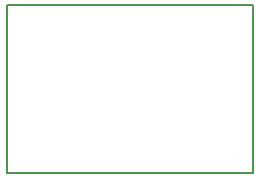
<source format=gm1>
G04 #@! TF.FileFunction,Profile,NP*
%FSLAX46Y46*%
G04 Gerber Fmt 4.6, Leading zero omitted, Abs format (unit mm)*
G04 Created by KiCad (PCBNEW 4.0.6) date 2017 October 24, Tuesday 22:14:54*
%MOMM*%
%LPD*%
G01*
G04 APERTURE LIST*
%ADD10C,0.100000*%
%ADD11C,0.150000*%
G04 APERTURE END LIST*
D10*
D11*
X152019000Y-93599000D02*
X152527000Y-93599000D01*
X152019000Y-107823000D02*
X152019000Y-93599000D01*
X172847000Y-107823000D02*
X152019000Y-107823000D01*
X172847000Y-93599000D02*
X172847000Y-107823000D01*
X152527000Y-93599000D02*
X172847000Y-93599000D01*
M02*

</source>
